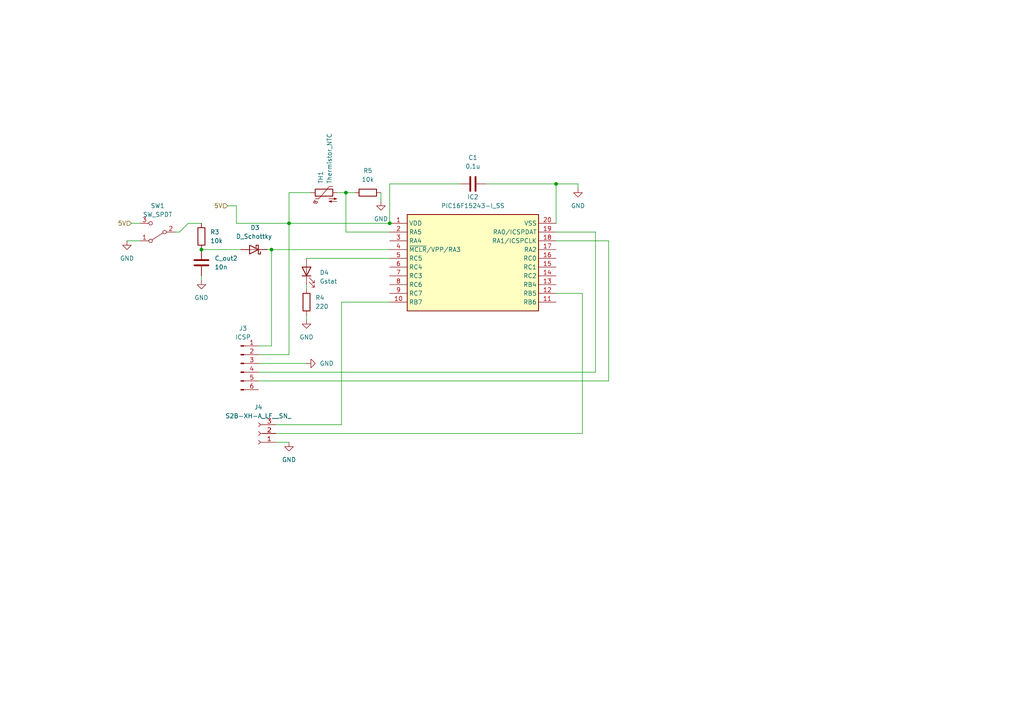
<source format=kicad_sch>
(kicad_sch (version 20230121) (generator eeschema)
  (paper "A4")
  (lib_symbols
    (symbol "Connector:Conn_01x03_Socket" (pin_names (offset 1.016) hide)
      (property "Reference" "J" (at 0 5.08 0))
      (property "Value" "Conn_01x03_Socket" (at 0 -5.08 0))
      (symbol "Conn_01x03_Socket_1_1"
        (arc (start 0 -2.032) (mid -0.5058 -2.54) (end 0 -3.048) (stroke (width 0.1524)))
        (polyline (pts (xy -1.27 -2.54) (xy -0.508 -2.54)) (stroke (width 0.1524)))
        (polyline (pts (xy -1.27 0) (xy -0.508 0)) (stroke (width 0.1524)))
        (polyline (pts (xy -1.27 2.54) (xy -0.508 2.54)) (stroke (width 0.1524)))
        (arc (start 0 0.508) (mid -0.5058 0) (end 0 -0.508) (stroke (width 0.1524)))
        (arc (start 0 3.048) (mid -0.5058 2.54) (end 0 2.032) (stroke (width 0.1524)))
        (pin passive line (at -5.08 2.54 0) (length 3.81) (name "Pin_1") (number "1"))
        (pin passive line (at -5.08 0 0) (length 3.81) (name "Pin_2") (number "2"))
        (pin passive line (at -5.08 -2.54 0) (length 3.81) (name "Pin_3") (number "3"))
      )
    )
    (symbol "Connector:Conn_01x06_Pin" (pin_names (offset 1.016) hide)
      (property "Reference" "J" (at 0 7.62 0))
      (property "Value" "Conn_01x06_Pin" (at 0 -10.16 0))
      (symbol "Conn_01x06_Pin_1_1"
        (polyline (pts (xy 1.27 -7.62) (xy 0.8636 -7.62)) (stroke (width 0.1524)))
        (polyline (pts (xy 1.27 -5.08) (xy 0.8636 -5.08)) (stroke (width 0.1524)))
        (polyline (pts (xy 1.27 -2.54) (xy 0.8636 -2.54)) (stroke (width 0.1524)))
        (polyline (pts (xy 1.27 0) (xy 0.8636 0)) (stroke (width 0.1524)))
        (polyline (pts (xy 1.27 2.54) (xy 0.8636 2.54)) (stroke (width 0.1524)))
        (polyline (pts (xy 1.27 5.08) (xy 0.8636 5.08)) (stroke (width 0.1524)))
        (rectangle (start 0.8636 -7.493) (end 0 -7.747) (stroke (width 0.1524)) (fill (type outline)))
        (rectangle (start 0.8636 -4.953) (end 0 -5.207) (stroke (width 0.1524)) (fill (type outline)))
        (rectangle (start 0.8636 -2.413) (end 0 -2.667) (stroke (width 0.1524)) (fill (type outline)))
        (rectangle (start 0.8636 0.127) (end 0 -0.127) (stroke (width 0.1524)) (fill (type outline)))
        (rectangle (start 0.8636 2.667) (end 0 2.413) (stroke (width 0.1524)) (fill (type outline)))
        (rectangle (start 0.8636 5.207) (end 0 4.953) (stroke (width 0.1524)) (fill (type outline)))
        (pin passive line (at 5.08 5.08 180) (length 3.81) (name "Pin_1") (number "1"))
        (pin passive line (at 5.08 2.54 180) (length 3.81) (name "Pin_2") (number "2"))
        (pin passive line (at 5.08 0 180) (length 3.81) (name "Pin_3") (number "3"))
        (pin passive line (at 5.08 -2.54 180) (length 3.81) (name "Pin_4") (number "4"))
        (pin passive line (at 5.08 -5.08 180) (length 3.81) (name "Pin_5") (number "5"))
        (pin passive line (at 5.08 -7.62 180) (length 3.81) (name "Pin_6") (number "6"))
      )
    )
    (symbol "Device:C" (pin_numbers hide) (pin_names (offset 0.254))
      (property "Reference" "C" (at 0.635 2.54 0))
      (property "Value" "C" (at 0.635 -2.54 0))
      (symbol "C_0_1"
        (polyline (pts (xy -2.032 -0.762) (xy 2.032 -0.762)) (stroke (width 0.508)))
        (polyline (pts (xy -2.032 0.762) (xy 2.032 0.762)) (stroke (width 0.508)))
      )
      (symbol "C_1_1"
        (pin passive line (at 0 3.81 270) (length 2.794) (name "~") (number "1"))
        (pin passive line (at 0 -3.81 90) (length 2.794) (name "~") (number "2"))
      )
    )
    (symbol "Device:D_Schottky" (pin_numbers hide) (pin_names (offset 1.016) hide)
      (property "Reference" "D" (at 0 2.54 0))
      (property "Value" "D_Schottky" (at 0 -2.54 0))
      (symbol "D_Schottky_0_1"
        (polyline (pts (xy 1.27 0) (xy -1.27 0)))
        (polyline (pts (xy 1.27 1.27) (xy 1.27 -1.27) (xy -1.27 0) (xy 1.27 1.27)) (stroke (width 0.254)))
        (polyline (pts (xy -1.905 0.635) (xy -1.905 1.27) (xy -1.27 1.27) (xy -1.27 -1.27) (xy -0.635 -1.27) (xy -0.635 -0.635)) (stroke (width 0.254)))
      )
      (symbol "D_Schottky_1_1"
        (pin passive line (at -3.81 0 0) (length 2.54) (name "K") (number "1"))
        (pin passive line (at 3.81 0 180) (length 2.54) (name "A") (number "2"))
      )
    )
    (symbol "Device:LED" (pin_numbers hide) (pin_names (offset 1.016) hide)
      (property "Reference" "D" (at 0 2.54 0))
      (property "Value" "LED" (at 0 -2.54 0))
      (symbol "LED_0_1"
        (polyline (pts (xy -1.27 -1.27) (xy -1.27 1.27)) (stroke (width 0.254)))
        (polyline (pts (xy -1.27 0) (xy 1.27 0)))
        (polyline (pts (xy 1.27 -1.27) (xy 1.27 1.27) (xy -1.27 0) (xy 1.27 -1.27)) (stroke (width 0.254)))
        (polyline (pts (xy -3.048 -0.762) (xy -4.572 -2.286) (xy -3.81 -2.286) (xy -4.572 -2.286) (xy -4.572 -1.524)))
        (polyline (pts (xy -1.778 -0.762) (xy -3.302 -2.286) (xy -2.54 -2.286) (xy -3.302 -2.286) (xy -3.302 -1.524)))
      )
      (symbol "LED_1_1"
        (pin passive line (at -3.81 0 0) (length 2.54) (name "K") (number "1"))
        (pin passive line (at 3.81 0 180) (length 2.54) (name "A") (number "2"))
      )
    )
    (symbol "Device:R" (pin_numbers hide) (pin_names (offset 0))
      (property "Reference" "R" (at 2.032 0 90))
      (property "Value" "R" (at 0 0 90))
      (symbol "R_0_1"
        (rectangle (start -1.016 -2.54) (end 1.016 2.54) (stroke (width 0.254)))
      )
      (symbol "R_1_1"
        (pin passive line (at 0 3.81 270) (length 1.27) (name "~") (number "1"))
        (pin passive line (at 0 -3.81 90) (length 1.27) (name "~") (number "2"))
      )
    )
    (symbol "Device:Thermistor_NTC" (pin_numbers hide) (pin_names (offset 0))
      (property "Reference" "TH" (at -4.445 0 90))
      (property "Value" "Thermistor_NTC" (at 3.175 0 90))
      (symbol "Thermistor_NTC_0_1"
        (arc (start -3.048 2.159) (mid -3.0495 2.3143) (end -3.175 2.413))
        (arc (start -3.048 2.159) (mid -2.9736 1.9794) (end -2.794 1.905))
        (arc (start -3.048 2.794) (mid -2.9736 2.6144) (end -2.794 2.54))
        (arc (start -2.794 1.905) (mid -2.6144 1.9794) (end -2.54 2.159))
        (arc (start -2.794 2.54) (mid -2.4393 2.5587) (end -2.159 2.794))
        (arc (start -2.794 3.048) (mid -2.9736 2.9736) (end -3.048 2.794))
        (arc (start -2.54 2.794) (mid -2.6144 2.9736) (end -2.794 3.048))
        (rectangle (start -1.016 2.54) (end 1.016 -2.54) (stroke (width 0.254)))
        (polyline (pts (xy -2.54 2.159) (xy -2.54 2.794)))
        (polyline (pts (xy -1.778 2.54) (xy -1.778 1.524) (xy 1.778 -1.524) (xy 1.778 -2.54)))
        (polyline (pts (xy -2.54 -3.683) (xy -2.54 -1.397) (xy -2.794 -2.159) (xy -2.286 -2.159) (xy -2.54 -1.397) (xy -2.54 -1.651)) (fill (type outline)))
        (polyline (pts (xy -1.778 -1.397) (xy -1.778 -3.683) (xy -2.032 -2.921) (xy -1.524 -2.921) (xy -1.778 -3.683) (xy -1.778 -3.429)) (fill (type outline)))
      )
      (symbol "Thermistor_NTC_1_1"
        (pin passive line (at 0 3.81 270) (length 1.27) (name "~") (number "1"))
        (pin passive line (at 0 -3.81 90) (length 1.27) (name "~") (number "2"))
      )
    )
    (symbol "Switch:SW_SPDT" (pin_names (offset 0) hide)
      (property "Reference" "SW" (at 0 4.318 0))
      (property "Value" "SW_SPDT" (at 0 -5.08 0))
      (symbol "SW_SPDT_0_0"
        (circle (center -2.032 0) (radius 0.508))
        (circle (center 2.032 -2.54) (radius 0.508))
      )
      (symbol "SW_SPDT_0_1"
        (polyline (pts (xy -1.524 0.254) (xy 1.651 2.286)))
        (circle (center 2.032 2.54) (radius 0.508))
      )
      (symbol "SW_SPDT_1_1"
        (pin passive line (at 5.08 2.54 180) (length 2.54) (name "A") (number "1"))
        (pin passive line (at -5.08 0 0) (length 2.54) (name "B") (number "2"))
        (pin passive line (at 5.08 -2.54 180) (length 2.54) (name "C") (number "3"))
      )
    )
    (symbol "personal:PIC16F15243-I_SS"
      (property "Reference" "IC" (at 44.45 7.62 0))
      (property "Value" "PIC16F15243-I_SS" (at 44.45 5.08 0))
      (symbol "PIC16F15243-I_SS_1_1"
        (rectangle (start 5.08 2.54) (end 43.18 -25.4) (stroke (width 0.254)) (fill (type background)))
        (pin passive line (at 0 0 0) (length 5.08) (name "VDD") (number "1"))
        (pin passive line (at 0 -22.86 0) (length 5.08) (name "RB7") (number "10"))
        (pin passive line (at 48.26 -22.86 180) (length 5.08) (name "RB6") (number "11"))
        (pin passive line (at 48.26 -20.32 180) (length 5.08) (name "RB5") (number "12"))
        (pin passive line (at 48.26 -17.78 180) (length 5.08) (name "RB4") (number "13"))
        (pin passive line (at 48.26 -15.24 180) (length 5.08) (name "RC2") (number "14"))
        (pin passive line (at 48.26 -12.7 180) (length 5.08) (name "RC1") (number "15"))
        (pin passive line (at 48.26 -10.16 180) (length 5.08) (name "RC0") (number "16"))
        (pin passive line (at 48.26 -7.62 180) (length 5.08) (name "RA2") (number "17"))
        (pin passive line (at 48.26 -5.08 180) (length 5.08) (name "RA1/ICSPCLK") (number "18"))
        (pin passive line (at 48.26 -2.54 180) (length 5.08) (name "RA0/ICSPDAT") (number "19"))
        (pin passive line (at 0 -2.54 0) (length 5.08) (name "RA5") (number "2"))
        (pin passive line (at 48.26 0 180) (length 5.08) (name "VSS") (number "20"))
        (pin passive line (at 0 -5.08 0) (length 5.08) (name "RA4") (number "3"))
        (pin passive line (at 0 -7.62 0) (length 5.08) (name "~{MCLR}/VPP/RA3") (number "4"))
        (pin passive line (at 0 -10.16 0) (length 5.08) (name "RC5") (number "5"))
        (pin passive line (at 0 -12.7 0) (length 5.08) (name "RC4") (number "6"))
        (pin passive line (at 0 -15.24 0) (length 5.08) (name "RC3") (number "7"))
        (pin passive line (at 0 -17.78 0) (length 5.08) (name "RC6") (number "8"))
        (pin passive line (at 0 -20.32 0) (length 5.08) (name "RC7") (number "9"))
      )
    )
    (symbol "power:GND" (power) (pin_names (offset 0))
      (property "Value" "GND" (at 0 -3.81 0))
      (symbol "GND_0_1"
        (polyline (pts (xy 0 0) (xy 0 -1.27) (xy 1.27 -1.27) (xy 0 -2.54) (xy -1.27 -1.27) (xy 0 -1.27)))
      )
      (symbol "GND_1_1"
        (pin power_in line (at 0 0 270) (length 0) hide (name "GND") (number "1"))
      )
    )
  )
  (junction (at 83.82 64.77))
  (junction (at 161.29 53.34))
  (junction (at 58.42 72.39))
  (junction (at 113.03 64.77))
  (junction (at 78.74 72.39))
  (junction (at 100.33 55.88))
  (wire (pts (xy 68.58 59.69) (xy 68.58 64.77)))
  (wire (pts (xy 140.97 53.34) (xy 161.29 53.34)))
  (wire (pts (xy 80.01 123.19) (xy 99.06 123.19)))
  (wire (pts (xy 88.9 74.93) (xy 113.03 74.93)))
  (wire (pts (xy 74.93 100.33) (xy 78.74 100.33)))
  (wire (pts (xy 66.04 59.69) (xy 68.58 59.69)))
  (wire (pts (xy 68.58 64.77) (xy 83.82 64.77)))
  (wire (pts (xy 161.29 67.31) (xy 172.72 67.31)))
  (wire (pts (xy 110.49 55.88) (xy 110.49 58.42)))
  (wire (pts (xy 83.82 64.77) (xy 113.03 64.77)))
  (wire (pts (xy 80.01 125.73) (xy 168.91 125.73)))
  (wire (pts (xy 83.82 64.77) (xy 83.82 102.87)))
  (wire (pts (xy 167.64 53.34) (xy 167.64 54.61)))
  (wire (pts (xy 168.91 85.09) (xy 168.91 125.73)))
  (wire (pts (xy 176.53 69.85) (xy 176.53 110.49)))
  (wire (pts (xy 99.06 87.63) (xy 99.06 123.19)))
  (wire (pts (xy 74.93 105.41) (xy 88.9 105.41)))
  (wire (pts (xy 88.9 92.71) (xy 88.9 91.44)))
  (wire (pts (xy 58.42 80.01) (xy 58.42 81.28)))
  (wire (pts (xy 77.47 72.39) (xy 78.74 72.39)))
  (wire (pts (xy 78.74 72.39) (xy 113.03 72.39)))
  (wire (pts (xy 161.29 53.34) (xy 167.64 53.34)))
  (wire (pts (xy 161.29 53.34) (xy 161.29 64.77)))
  (wire (pts (xy 52.07 67.31) (xy 54.61 64.77)))
  (wire (pts (xy 88.9 83.82) (xy 88.9 82.55)))
  (wire (pts (xy 50.8 67.31) (xy 52.07 67.31)))
  (wire (pts (xy 74.93 110.49) (xy 176.53 110.49)))
  (wire (pts (xy 97.79 55.88) (xy 100.33 55.88)))
  (wire (pts (xy 58.42 72.39) (xy 69.85 72.39)))
  (wire (pts (xy 74.93 107.95) (xy 172.72 107.95)))
  (wire (pts (xy 113.03 53.34) (xy 113.03 64.77)))
  (wire (pts (xy 172.72 67.31) (xy 172.72 107.95)))
  (wire (pts (xy 40.64 69.85) (xy 36.83 69.85)))
  (wire (pts (xy 113.03 53.34) (xy 133.35 53.34)))
  (wire (pts (xy 161.29 85.09) (xy 168.91 85.09)))
  (wire (pts (xy 38.1 64.77) (xy 40.64 64.77)))
  (wire (pts (xy 161.29 69.85) (xy 176.53 69.85)))
  (wire (pts (xy 83.82 55.88) (xy 83.82 64.77)))
  (wire (pts (xy 80.01 128.27) (xy 83.82 128.27)))
  (wire (pts (xy 100.33 55.88) (xy 100.33 67.31)))
  (wire (pts (xy 78.74 72.39) (xy 78.74 100.33)))
  (wire (pts (xy 100.33 67.31) (xy 113.03 67.31)))
  (wire (pts (xy 100.33 55.88) (xy 102.87 55.88)))
  (wire (pts (xy 74.93 102.87) (xy 83.82 102.87)))
  (wire (pts (xy 99.06 87.63) (xy 113.03 87.63)))
  (wire (pts (xy 83.82 55.88) (xy 90.17 55.88)))
  (wire (pts (xy 54.61 64.77) (xy 58.42 64.77)))
  (hierarchical_label "5V" (shape input) (at 38.1 64.77 180))
  (hierarchical_label "5V" (shape input) (at 66.04 59.69 180))
  (symbol (lib_id "power:GND") (at 88.9 92.71 0) (unit 1)
    (property "Reference" "#PWR08" (effects hide))
    (property "Value" "GND" (at 88.9 97.79 0))
    (instances (project "BDC_ESC" (path "" (reference "#PWR08") (unit 1))) (project "BLDC_ESC_V1" (path "" (reference "#PWR05") (unit 1)) (path "" (reference "#PWR09") (unit 1))) (project "BB" (path "" (reference "#PWR04") (unit 1))))
  )
  (symbol (lib_id "power:GND") (at 83.82 128.27 0) (unit 1)
    (property "Reference" "#PWR07" (effects hide))
    (property "Value" "GND" (at 83.82 133.35 0))
    (instances (project "BDC_ESC" (path "" (reference "#PWR07") (unit 1))) (project "BLDC_ESC_V1" (path "" (reference "#PWR05") (unit 1)) (path "" (reference "#PWR010") (unit 1))) (project "BB" (path "" (reference "#PWR03") (unit 1))))
  )
  (symbol (lib_id "Device:R") (at 106.68 55.88 90) (unit 1)
    (property "Reference" "R5" (at 106.68 49.53 90))
    (property "Value" "10k" (at 106.68 52.07 90))
    (property "Footprint" "Resistor_SMD:R_0402_1005Metric_Pad0.72x0.64mm_HandSolder" (effects hide))
    (instances (project "BDC_ESC" (path "" (reference "R5") (unit 1))) (project "BLDC_ESC_V1" (path "" (reference "R1") (unit 1)) (path "" (reference "R4") (unit 1))) (project "BB" (path "" (reference "R3") (unit 1))))
  )
  (symbol (lib_id "Device:R") (at 88.9 87.63 180) (unit 1)
    (property "Reference" "R4" (at 91.44 86.36 0) (effects (justify right)))
    (property "Value" "220" (at 91.44 88.9 0) (effects (justify right)))
    (property "Footprint" "Resistor_SMD:R_0402_1005Metric_Pad0.72x0.64mm_HandSolder" (effects hide))
    (instances (project "BDC_ESC" (path "" (reference "R4") (unit 1))) (project "BLDC_ESC_V1" (path "" (reference "R1") (unit 1)) (path "" (reference "R5") (unit 1))) (project "BB" (path "" (reference "R2") (unit 1))))
  )
  (symbol (lib_id "power:GND") (at 88.9 105.41 90) (unit 1)
    (property "Reference" "#PWR09" (effects hide))
    (property "Value" "GND" (at 92.71 105.41 90) (effects (justify right)))
    (instances (project "BDC_ESC" (path "" (reference "#PWR09") (unit 1))) (project "BLDC_ESC_V1" (path "" (reference "#PWR05") (unit 1)) (path "" (reference "#PWR05") (unit 1))) (project "BB" (path "" (reference "#PWR05") (unit 1))))
  )
  (symbol (lib_id "Connector:Conn_01x06_Pin") (at 69.85 105.41 0) (unit 1)
    (property "Reference" "J3" (at 70.485 95.25 0))
    (property "Value" "ICSP" (at 70.485 97.79 0))
    (property "Footprint" "Connector_PinHeader_2.54mm:PinHeader_1x06_P2.54mm_Vertical" (effects hide))
    (instances (project "BDC_ESC" (path "" (reference "J3") (unit 1))) (project "BLDC_ESC_V1" (path "" (reference "J1") (unit 1)) (path "" (reference "J1") (unit 1))) (project "BB" (path "" (reference "J1") (unit 1))))
  )
  (symbol (lib_id "Device:Thermistor_NTC") (at 93.98 55.88 90) (unit 1)
    (property "Reference" "TH1" (at 93.0275 53.34 0) (effects (justify left)))
    (property "Value" "Thermistor_NTC" (at 95.5675 53.34 0) (effects (justify left)))
    (property "Footprint" "Resistor_SMD:R_0603_1608Metric_Pad0.98x0.95mm_HandSolder" (effects hide))
  )
  (symbol (lib_id "Connector:Conn_01x03_Socket") (at 74.93 125.73 180) (unit 1)
    (property "Reference" "J4" (at 74.93 118.11 0))
    (property "Value" "S2B-XH-A_LF__SN_" (at 74.93 120.65 0))
    (property "Footprint" "Connector_JST:JST_XH_S3B-XH-A-1_1x03_P2.50mm_Horizontal" (effects hide))
    (property "Height" "7" (effects hide))
    (property "Manufacturer_Name" "JST (JAPAN SOLDERLESS TERMINALS)" (effects hide))
    (property "Manufacturer_Part_Number" "S4B-XH-A(LF)(SN)" (effects hide))
    (property "Arrow Part Number" "S4B-XH-A(LF)(SN)" (effects hide))
    (property "Arrow Price/Stock" "https://www.arrow.com/en/products/s4b-xh-a-lf-sn/jst-manufacturing?region=europe" (effects hide))
    (instances (project "BDC_ESC" (path "" (reference "J4") (unit 1))) (project "BLDC_ESC_V1" (path "" (reference "J2") (unit 1))) (project "BB" (path "" (reference "J2") (unit 1))))
  )
  (symbol (lib_id "Device:C") (at 137.16 53.34 90) (unit 1)
    (property "Reference" "C1" (at 137.16 45.72 90))
    (property "Value" "0.1u" (at 137.16 48.26 90))
    (property "Footprint" "Capacitor_SMD:C_0402_1005Metric_Pad0.74x0.62mm_HandSolder" (effects hide))
    (instances (project "BDC_ESC" (path "" (reference "C1") (unit 1))) (project "BLDC_ESC_V1" (path "" (reference "C2") (unit 1)) (path "" (reference "C2") (unit 1))) (project "BB" (path "" (reference "C1") (unit 1))))
  )
  (symbol (lib_id "personal:PIC16F15243-I_SS") (at 113.03 64.77 0) (unit 1)
    (property "Reference" "IC2" (at 137.16 57.15 0))
    (property "Value" "PIC16F15243-I_SS" (at 137.16 59.69 0))
    (property "Footprint" "Package_SO:SSOP-20_5.3x7.2mm_P0.65mm" (effects hide))
    (property "Datasheet" "https://www.mouser.jp/datasheet/2/268/PIC16F15213_14_23_24_43_44_Microcontroller_Data_Sh-2950934.pdf" (effects hide))
    (property "Height" "2" (effects hide))
    (property "Mouser Part Number" "579-PIC16F15243-I/SS" (effects hide))
    (property "Mouser Price/Stock" "https://www.mouser.co.uk/ProductDetail/Microchip-Technology/PIC16F15243-I-SS?qs=xZ%2FP%252Ba9zWqYzh8ZWkWvPOw%3D%3D" (effects hide))
    (property "Manufacturer_Name" "Microchip" (effects hide))
    (property "Manufacturer_Part_Number" "PIC16F15243-I/SS" (effects hide))
    (instances (project "BDC_ESC" (path "" (reference "IC2") (unit 1))) (project "BLDC_ESC_V1" (path "" (reference "IC2") (unit 1)) (path "" (reference "IC2") (unit 1))) (project "BB" (path "" (reference "IC1") (unit 1))))
  )
  (symbol (lib_id "power:GND") (at 36.83 69.85 0) (unit 1)
    (property "Reference" "#PWR05" (effects hide))
    (property "Value" "GND" (at 36.83 74.93 0))
    (instances (project "BDC_ESC" (path "" (reference "#PWR05") (unit 1))) (project "BLDC_ESC_V1" (path "" (reference "#PWR04") (unit 1)) (path "" (reference "#PWR011") (unit 1))) (project "BB" (path "" (reference "#PWR01") (unit 1))))
  )
  (symbol (lib_id "Device:D_Schottky") (at 73.66 72.39 180) (unit 1)
    (property "Reference" "D3" (at 73.9775 66.04 0))
    (property "Value" "D_Schottky" (at 73.66 68.58 0))
    (property "Footprint" "Diode_SMD:D_SOD-123" (effects hide))
    (instances (project "BDC_ESC" (path "" (reference "D3") (unit 1))) (project "BLDC_ESC_V1" (path "" (reference "D1") (unit 1)) (path "" (reference "D1") (unit 1))) (project "BB" (path "" (reference "D1") (unit 1))))
  )
  (symbol (lib_id "power:GND") (at 110.49 58.42 0) (unit 1)
    (property "Reference" "#PWR010" (effects hide))
    (property "Value" "GND" (at 110.49 63.5 0))
    (instances (project "BDC_ESC" (path "" (reference "#PWR010") (unit 1))) (project "BLDC_ESC_V1" (path "" (reference "#PWR04") (unit 1)) (path "" (reference "#PWR08") (unit 1))) (project "BB" (path "" (reference "#PWR07") (unit 1))))
  )
  (symbol (lib_id "Device:R") (at 58.42 68.58 0) (unit 1)
    (property "Reference" "R3" (at 60.96 67.31 0) (effects (justify left)))
    (property "Value" "10k" (at 60.96 69.85 0) (effects (justify left)))
    (property "Footprint" "Resistor_SMD:R_0402_1005Metric_Pad0.72x0.64mm_HandSolder" (effects hide))
    (instances (project "BDC_ESC" (path "" (reference "R3") (unit 1))) (project "BLDC_ESC_V1" (path "" (reference "R1") (unit 1)) (path "" (reference "R1") (unit 1))) (project "BB" (path "" (reference "R1") (unit 1))))
  )
  (symbol (lib_id "Device:LED") (at 88.9 78.74 90) (unit 1)
    (property "Reference" "D4" (at 92.71 79.0575 90) (effects (justify right)))
    (property "Value" "Gstat" (at 92.71 81.5975 90) (effects (justify right)))
    (property "Footprint" "LED_SMD:LED_0603_1608Metric_Pad1.05x0.95mm_HandSolder" (effects hide))
    (instances (project "BDC_ESC" (path "" (reference "D4") (unit 1))) (project "BLDC_ESC_V1" (path "" (reference "D2") (unit 1))) (project "BB" (path "" (reference "D2") (unit 1))))
  )
  (symbol (lib_id "Device:C") (at 58.42 76.2 0) (unit 1)
    (property "Reference" "C_out2" (at 62.23 74.93 0) (effects (justify left)))
    (property "Value" "10n" (at 62.23 77.47 0) (effects (justify left)))
    (property "Footprint" "Capacitor_SMD:C_0402_1005Metric_Pad0.74x0.62mm_HandSolder" (effects hide))
    (instances (project "BDC_ESC" (path "" (reference "C_out2") (unit 1))) (project "BLDC_ESC_V1" (path "" (reference "C_out2") (unit 1)) (path "" (reference "C1") (unit 1))) (project "BB" (path "" (reference "C_out1") (unit 1))))
  )
  (symbol (lib_id "Switch:SW_SPDT") (at 45.72 67.31 180) (unit 1)
    (property "Reference" "SW1" (at 45.72 59.69 0))
    (property "Value" "SW_SPDT" (at 45.72 62.23 0))
    (property "Footprint" "Button_Switch_SMD:SW_SPDT_PCM12" (effects hide))
  )
  (symbol (lib_id "power:GND") (at 167.64 54.61 0) (unit 1)
    (property "Reference" "#PWR011" (effects hide))
    (property "Value" "GND" (at 167.64 59.69 0))
    (instances (project "BDC_ESC" (path "" (reference "#PWR011") (unit 1))) (project "BLDC_ESC_V1" (path "" (reference "#PWR05") (unit 1)) (path "" (reference "#PWR024") (unit 1))) (project "BB" (path "" (reference "#PWR08") (unit 1))))
  )
  (symbol (lib_id "power:GND") (at 58.42 81.28 0) (unit 1)
    (property "Reference" "#PWR06" (effects hide))
    (property "Value" "GND" (at 58.42 86.36 0))
    (instances (project "BDC_ESC" (path "" (reference "#PWR06") (unit 1))) (project "BLDC_ESC_V1" (path "" (reference "#PWR04") (unit 1)) (path "" (reference "#PWR04") (unit 1))) (project "BB" (path "" (reference "#PWR02") (unit 1))))
  )
)
</source>
